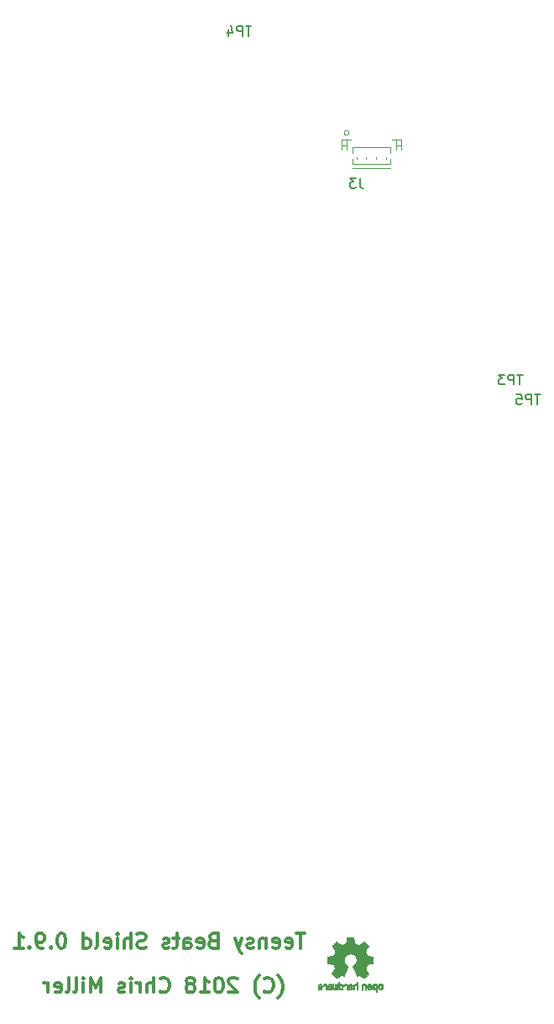
<source format=gbr>
G04 #@! TF.GenerationSoftware,KiCad,Pcbnew,(5.0.0-3-g5ebb6b6)*
G04 #@! TF.CreationDate,2018-10-18T19:01:18-06:00*
G04 #@! TF.ProjectId,teensy_beats,7465656E73795F62656174732E6B6963,rev?*
G04 #@! TF.SameCoordinates,Original*
G04 #@! TF.FileFunction,Legend,Bot*
G04 #@! TF.FilePolarity,Positive*
%FSLAX46Y46*%
G04 Gerber Fmt 4.6, Leading zero omitted, Abs format (unit mm)*
G04 Created by KiCad (PCBNEW (5.0.0-3-g5ebb6b6)) date Thursday, October 18, 2018 at 07:01:18 PM*
%MOMM*%
%LPD*%
G01*
G04 APERTURE LIST*
%ADD10C,0.300000*%
%ADD11C,0.120000*%
%ADD12C,0.010000*%
%ADD13C,0.150000*%
G04 APERTURE END LIST*
D10*
X111564285Y-137988571D02*
X110707142Y-137988571D01*
X111135714Y-139488571D02*
X111135714Y-137988571D01*
X109635714Y-139417142D02*
X109778571Y-139488571D01*
X110064285Y-139488571D01*
X110207142Y-139417142D01*
X110278571Y-139274285D01*
X110278571Y-138702857D01*
X110207142Y-138560000D01*
X110064285Y-138488571D01*
X109778571Y-138488571D01*
X109635714Y-138560000D01*
X109564285Y-138702857D01*
X109564285Y-138845714D01*
X110278571Y-138988571D01*
X108350000Y-139417142D02*
X108492857Y-139488571D01*
X108778571Y-139488571D01*
X108921428Y-139417142D01*
X108992857Y-139274285D01*
X108992857Y-138702857D01*
X108921428Y-138560000D01*
X108778571Y-138488571D01*
X108492857Y-138488571D01*
X108350000Y-138560000D01*
X108278571Y-138702857D01*
X108278571Y-138845714D01*
X108992857Y-138988571D01*
X107635714Y-138488571D02*
X107635714Y-139488571D01*
X107635714Y-138631428D02*
X107564285Y-138560000D01*
X107421428Y-138488571D01*
X107207142Y-138488571D01*
X107064285Y-138560000D01*
X106992857Y-138702857D01*
X106992857Y-139488571D01*
X106349999Y-139417142D02*
X106207142Y-139488571D01*
X105921428Y-139488571D01*
X105778571Y-139417142D01*
X105707142Y-139274285D01*
X105707142Y-139202857D01*
X105778571Y-139060000D01*
X105921428Y-138988571D01*
X106135714Y-138988571D01*
X106278571Y-138917142D01*
X106349999Y-138774285D01*
X106349999Y-138702857D01*
X106278571Y-138560000D01*
X106135714Y-138488571D01*
X105921428Y-138488571D01*
X105778571Y-138560000D01*
X105207142Y-138488571D02*
X104850000Y-139488571D01*
X104492857Y-138488571D02*
X104850000Y-139488571D01*
X104992857Y-139845714D01*
X105064285Y-139917142D01*
X105207142Y-139988571D01*
X102278571Y-138702857D02*
X102064285Y-138774285D01*
X101992857Y-138845714D01*
X101921428Y-138988571D01*
X101921428Y-139202857D01*
X101992857Y-139345714D01*
X102064285Y-139417142D01*
X102207142Y-139488571D01*
X102778571Y-139488571D01*
X102778571Y-137988571D01*
X102278571Y-137988571D01*
X102135714Y-138060000D01*
X102064285Y-138131428D01*
X101992857Y-138274285D01*
X101992857Y-138417142D01*
X102064285Y-138560000D01*
X102135714Y-138631428D01*
X102278571Y-138702857D01*
X102778571Y-138702857D01*
X100707142Y-139417142D02*
X100850000Y-139488571D01*
X101135714Y-139488571D01*
X101278571Y-139417142D01*
X101350000Y-139274285D01*
X101350000Y-138702857D01*
X101278571Y-138560000D01*
X101135714Y-138488571D01*
X100850000Y-138488571D01*
X100707142Y-138560000D01*
X100635714Y-138702857D01*
X100635714Y-138845714D01*
X101350000Y-138988571D01*
X99350000Y-139488571D02*
X99350000Y-138702857D01*
X99421428Y-138560000D01*
X99564285Y-138488571D01*
X99850000Y-138488571D01*
X99992857Y-138560000D01*
X99350000Y-139417142D02*
X99492857Y-139488571D01*
X99850000Y-139488571D01*
X99992857Y-139417142D01*
X100064285Y-139274285D01*
X100064285Y-139131428D01*
X99992857Y-138988571D01*
X99850000Y-138917142D01*
X99492857Y-138917142D01*
X99350000Y-138845714D01*
X98850000Y-138488571D02*
X98278571Y-138488571D01*
X98635714Y-137988571D02*
X98635714Y-139274285D01*
X98564285Y-139417142D01*
X98421428Y-139488571D01*
X98278571Y-139488571D01*
X97850000Y-139417142D02*
X97707142Y-139488571D01*
X97421428Y-139488571D01*
X97278571Y-139417142D01*
X97207142Y-139274285D01*
X97207142Y-139202857D01*
X97278571Y-139060000D01*
X97421428Y-138988571D01*
X97635714Y-138988571D01*
X97778571Y-138917142D01*
X97850000Y-138774285D01*
X97850000Y-138702857D01*
X97778571Y-138560000D01*
X97635714Y-138488571D01*
X97421428Y-138488571D01*
X97278571Y-138560000D01*
X95492857Y-139417142D02*
X95278571Y-139488571D01*
X94921428Y-139488571D01*
X94778571Y-139417142D01*
X94707142Y-139345714D01*
X94635714Y-139202857D01*
X94635714Y-139060000D01*
X94707142Y-138917142D01*
X94778571Y-138845714D01*
X94921428Y-138774285D01*
X95207142Y-138702857D01*
X95350000Y-138631428D01*
X95421428Y-138560000D01*
X95492857Y-138417142D01*
X95492857Y-138274285D01*
X95421428Y-138131428D01*
X95350000Y-138060000D01*
X95207142Y-137988571D01*
X94850000Y-137988571D01*
X94635714Y-138060000D01*
X93992857Y-139488571D02*
X93992857Y-137988571D01*
X93350000Y-139488571D02*
X93350000Y-138702857D01*
X93421428Y-138560000D01*
X93564285Y-138488571D01*
X93778571Y-138488571D01*
X93921428Y-138560000D01*
X93992857Y-138631428D01*
X92635714Y-139488571D02*
X92635714Y-138488571D01*
X92635714Y-137988571D02*
X92707142Y-138060000D01*
X92635714Y-138131428D01*
X92564285Y-138060000D01*
X92635714Y-137988571D01*
X92635714Y-138131428D01*
X91350000Y-139417142D02*
X91492857Y-139488571D01*
X91778571Y-139488571D01*
X91921428Y-139417142D01*
X91992857Y-139274285D01*
X91992857Y-138702857D01*
X91921428Y-138560000D01*
X91778571Y-138488571D01*
X91492857Y-138488571D01*
X91350000Y-138560000D01*
X91278571Y-138702857D01*
X91278571Y-138845714D01*
X91992857Y-138988571D01*
X90421428Y-139488571D02*
X90564285Y-139417142D01*
X90635714Y-139274285D01*
X90635714Y-137988571D01*
X89207142Y-139488571D02*
X89207142Y-137988571D01*
X89207142Y-139417142D02*
X89350000Y-139488571D01*
X89635714Y-139488571D01*
X89778571Y-139417142D01*
X89850000Y-139345714D01*
X89921428Y-139202857D01*
X89921428Y-138774285D01*
X89850000Y-138631428D01*
X89778571Y-138560000D01*
X89635714Y-138488571D01*
X89350000Y-138488571D01*
X89207142Y-138560000D01*
X87064285Y-137988571D02*
X86921428Y-137988571D01*
X86778571Y-138060000D01*
X86707142Y-138131428D01*
X86635714Y-138274285D01*
X86564285Y-138560000D01*
X86564285Y-138917142D01*
X86635714Y-139202857D01*
X86707142Y-139345714D01*
X86778571Y-139417142D01*
X86921428Y-139488571D01*
X87064285Y-139488571D01*
X87207142Y-139417142D01*
X87278571Y-139345714D01*
X87350000Y-139202857D01*
X87421428Y-138917142D01*
X87421428Y-138560000D01*
X87350000Y-138274285D01*
X87278571Y-138131428D01*
X87207142Y-138060000D01*
X87064285Y-137988571D01*
X85921428Y-139345714D02*
X85850000Y-139417142D01*
X85921428Y-139488571D01*
X85992857Y-139417142D01*
X85921428Y-139345714D01*
X85921428Y-139488571D01*
X85135714Y-139488571D02*
X84850000Y-139488571D01*
X84707142Y-139417142D01*
X84635714Y-139345714D01*
X84492857Y-139131428D01*
X84421428Y-138845714D01*
X84421428Y-138274285D01*
X84492857Y-138131428D01*
X84564285Y-138060000D01*
X84707142Y-137988571D01*
X84992857Y-137988571D01*
X85135714Y-138060000D01*
X85207142Y-138131428D01*
X85278571Y-138274285D01*
X85278571Y-138631428D01*
X85207142Y-138774285D01*
X85135714Y-138845714D01*
X84992857Y-138917142D01*
X84707142Y-138917142D01*
X84564285Y-138845714D01*
X84492857Y-138774285D01*
X84421428Y-138631428D01*
X83778571Y-139345714D02*
X83707142Y-139417142D01*
X83778571Y-139488571D01*
X83850000Y-139417142D01*
X83778571Y-139345714D01*
X83778571Y-139488571D01*
X82278571Y-139488571D02*
X83135714Y-139488571D01*
X82707142Y-139488571D02*
X82707142Y-137988571D01*
X82850000Y-138202857D01*
X82992857Y-138345714D01*
X83135714Y-138417142D01*
X108860000Y-144520000D02*
X108931428Y-144448571D01*
X109074285Y-144234285D01*
X109145714Y-144091428D01*
X109217142Y-143877142D01*
X109288571Y-143520000D01*
X109288571Y-143234285D01*
X109217142Y-142877142D01*
X109145714Y-142662857D01*
X109074285Y-142520000D01*
X108931428Y-142305714D01*
X108860000Y-142234285D01*
X107431428Y-143805714D02*
X107502857Y-143877142D01*
X107717142Y-143948571D01*
X107860000Y-143948571D01*
X108074285Y-143877142D01*
X108217142Y-143734285D01*
X108288571Y-143591428D01*
X108360000Y-143305714D01*
X108360000Y-143091428D01*
X108288571Y-142805714D01*
X108217142Y-142662857D01*
X108074285Y-142520000D01*
X107860000Y-142448571D01*
X107717142Y-142448571D01*
X107502857Y-142520000D01*
X107431428Y-142591428D01*
X106931428Y-144520000D02*
X106860000Y-144448571D01*
X106717142Y-144234285D01*
X106645714Y-144091428D01*
X106574285Y-143877142D01*
X106502857Y-143520000D01*
X106502857Y-143234285D01*
X106574285Y-142877142D01*
X106645714Y-142662857D01*
X106717142Y-142520000D01*
X106860000Y-142305714D01*
X106931428Y-142234285D01*
X104717142Y-142591428D02*
X104645714Y-142520000D01*
X104502857Y-142448571D01*
X104145714Y-142448571D01*
X104002857Y-142520000D01*
X103931428Y-142591428D01*
X103860000Y-142734285D01*
X103860000Y-142877142D01*
X103931428Y-143091428D01*
X104788571Y-143948571D01*
X103860000Y-143948571D01*
X102931428Y-142448571D02*
X102788571Y-142448571D01*
X102645714Y-142520000D01*
X102574285Y-142591428D01*
X102502857Y-142734285D01*
X102431428Y-143020000D01*
X102431428Y-143377142D01*
X102502857Y-143662857D01*
X102574285Y-143805714D01*
X102645714Y-143877142D01*
X102788571Y-143948571D01*
X102931428Y-143948571D01*
X103074285Y-143877142D01*
X103145714Y-143805714D01*
X103217142Y-143662857D01*
X103288571Y-143377142D01*
X103288571Y-143020000D01*
X103217142Y-142734285D01*
X103145714Y-142591428D01*
X103074285Y-142520000D01*
X102931428Y-142448571D01*
X101002857Y-143948571D02*
X101860000Y-143948571D01*
X101431428Y-143948571D02*
X101431428Y-142448571D01*
X101574285Y-142662857D01*
X101717142Y-142805714D01*
X101860000Y-142877142D01*
X100145714Y-143091428D02*
X100288571Y-143020000D01*
X100360000Y-142948571D01*
X100431428Y-142805714D01*
X100431428Y-142734285D01*
X100360000Y-142591428D01*
X100288571Y-142520000D01*
X100145714Y-142448571D01*
X99860000Y-142448571D01*
X99717142Y-142520000D01*
X99645714Y-142591428D01*
X99574285Y-142734285D01*
X99574285Y-142805714D01*
X99645714Y-142948571D01*
X99717142Y-143020000D01*
X99860000Y-143091428D01*
X100145714Y-143091428D01*
X100288571Y-143162857D01*
X100360000Y-143234285D01*
X100431428Y-143377142D01*
X100431428Y-143662857D01*
X100360000Y-143805714D01*
X100288571Y-143877142D01*
X100145714Y-143948571D01*
X99860000Y-143948571D01*
X99717142Y-143877142D01*
X99645714Y-143805714D01*
X99574285Y-143662857D01*
X99574285Y-143377142D01*
X99645714Y-143234285D01*
X99717142Y-143162857D01*
X99860000Y-143091428D01*
X96931428Y-143805714D02*
X97002857Y-143877142D01*
X97217142Y-143948571D01*
X97360000Y-143948571D01*
X97574285Y-143877142D01*
X97717142Y-143734285D01*
X97788571Y-143591428D01*
X97860000Y-143305714D01*
X97860000Y-143091428D01*
X97788571Y-142805714D01*
X97717142Y-142662857D01*
X97574285Y-142520000D01*
X97360000Y-142448571D01*
X97217142Y-142448571D01*
X97002857Y-142520000D01*
X96931428Y-142591428D01*
X96288571Y-143948571D02*
X96288571Y-142448571D01*
X95645714Y-143948571D02*
X95645714Y-143162857D01*
X95717142Y-143020000D01*
X95860000Y-142948571D01*
X96074285Y-142948571D01*
X96217142Y-143020000D01*
X96288571Y-143091428D01*
X94931428Y-143948571D02*
X94931428Y-142948571D01*
X94931428Y-143234285D02*
X94860000Y-143091428D01*
X94788571Y-143020000D01*
X94645714Y-142948571D01*
X94502857Y-142948571D01*
X94002857Y-143948571D02*
X94002857Y-142948571D01*
X94002857Y-142448571D02*
X94074285Y-142520000D01*
X94002857Y-142591428D01*
X93931428Y-142520000D01*
X94002857Y-142448571D01*
X94002857Y-142591428D01*
X93360000Y-143877142D02*
X93217142Y-143948571D01*
X92931428Y-143948571D01*
X92788571Y-143877142D01*
X92717142Y-143734285D01*
X92717142Y-143662857D01*
X92788571Y-143520000D01*
X92931428Y-143448571D01*
X93145714Y-143448571D01*
X93288571Y-143377142D01*
X93360000Y-143234285D01*
X93360000Y-143162857D01*
X93288571Y-143020000D01*
X93145714Y-142948571D01*
X92931428Y-142948571D01*
X92788571Y-143020000D01*
X90931428Y-143948571D02*
X90931428Y-142448571D01*
X90431428Y-143520000D01*
X89931428Y-142448571D01*
X89931428Y-143948571D01*
X89217142Y-143948571D02*
X89217142Y-142948571D01*
X89217142Y-142448571D02*
X89288571Y-142520000D01*
X89217142Y-142591428D01*
X89145714Y-142520000D01*
X89217142Y-142448571D01*
X89217142Y-142591428D01*
X88288571Y-143948571D02*
X88431428Y-143877142D01*
X88502857Y-143734285D01*
X88502857Y-142448571D01*
X87502857Y-143948571D02*
X87645714Y-143877142D01*
X87717142Y-143734285D01*
X87717142Y-142448571D01*
X86360000Y-143877142D02*
X86502857Y-143948571D01*
X86788571Y-143948571D01*
X86931428Y-143877142D01*
X87002857Y-143734285D01*
X87002857Y-143162857D01*
X86931428Y-143020000D01*
X86788571Y-142948571D01*
X86502857Y-142948571D01*
X86360000Y-143020000D01*
X86288571Y-143162857D01*
X86288571Y-143305714D01*
X87002857Y-143448571D01*
X85645714Y-143948571D02*
X85645714Y-142948571D01*
X85645714Y-143234285D02*
X85574285Y-143091428D01*
X85502857Y-143020000D01*
X85360000Y-142948571D01*
X85217142Y-142948571D01*
D11*
G04 #@! TO.C,J3*
X119750000Y-60037500D02*
X119750000Y-59837500D01*
X118750000Y-60037500D02*
X118750000Y-59837500D01*
X117750000Y-60037500D02*
X117750000Y-59837500D01*
X116750000Y-60037500D02*
X116750000Y-59837500D01*
X120150000Y-58787500D02*
X120150000Y-59437500D01*
X116350000Y-58787500D02*
X120150000Y-58787500D01*
X116350000Y-59437500D02*
X116350000Y-58787500D01*
X120150000Y-60537500D02*
X120150000Y-60037500D01*
X116350000Y-60537500D02*
X120150000Y-60537500D01*
X116350000Y-60037500D02*
X116350000Y-60537500D01*
X121250000Y-58637500D02*
X120750000Y-58637500D01*
X121250000Y-58637500D02*
X121250000Y-58637500D01*
X120750000Y-58637500D02*
X121250000Y-58637500D01*
X120750000Y-58637500D02*
X120750000Y-58637500D01*
X120750000Y-58037500D02*
X120750000Y-58037500D01*
X120750000Y-59037500D02*
X120750000Y-58037500D01*
X120750000Y-59037500D02*
X120750000Y-59037500D01*
X120750000Y-58037500D02*
X120750000Y-59037500D01*
X121250000Y-58037500D02*
X120350000Y-58037500D01*
X121250000Y-59037500D02*
X121250000Y-58037500D01*
X115250000Y-58637500D02*
X115750000Y-58637500D01*
X115250000Y-58637500D02*
X115250000Y-58637500D01*
X115750000Y-58637500D02*
X115250000Y-58637500D01*
X115750000Y-58637500D02*
X115750000Y-58637500D01*
X115750000Y-58037500D02*
X115750000Y-58037500D01*
X115750000Y-59037500D02*
X115750000Y-58037500D01*
X115750000Y-59037500D02*
X115750000Y-59037500D01*
X115750000Y-58037500D02*
X115750000Y-59037500D01*
X115250000Y-58037500D02*
X116150000Y-58037500D01*
X115250000Y-59037500D02*
X115250000Y-58037500D01*
X116350000Y-60937500D02*
X120150000Y-60937500D01*
X116000000Y-57387500D02*
G75*
G03X116000000Y-57387500I-250000J0D01*
G01*
D12*
G04 #@! TO.C,REF\002A\002A\002A*
G36*
X118530256Y-143059918D02*
X118474799Y-143087568D01*
X118425852Y-143138480D01*
X118412371Y-143157338D01*
X118397686Y-143182015D01*
X118388158Y-143208816D01*
X118382707Y-143244587D01*
X118380253Y-143296169D01*
X118379714Y-143364267D01*
X118382148Y-143457588D01*
X118390606Y-143527657D01*
X118406826Y-143579931D01*
X118432546Y-143619869D01*
X118469503Y-143652929D01*
X118472218Y-143654886D01*
X118508640Y-143674908D01*
X118552498Y-143684815D01*
X118608276Y-143687257D01*
X118698952Y-143687257D01*
X118698990Y-143775283D01*
X118699834Y-143824308D01*
X118704976Y-143853065D01*
X118718413Y-143870311D01*
X118744142Y-143884808D01*
X118750321Y-143887769D01*
X118779236Y-143901648D01*
X118801624Y-143910414D01*
X118818271Y-143911171D01*
X118829964Y-143901023D01*
X118837490Y-143877073D01*
X118841634Y-143836426D01*
X118843185Y-143776186D01*
X118842929Y-143693455D01*
X118841651Y-143585339D01*
X118841252Y-143553000D01*
X118839815Y-143441524D01*
X118838528Y-143368603D01*
X118699029Y-143368603D01*
X118698245Y-143430499D01*
X118694760Y-143470997D01*
X118686876Y-143497708D01*
X118672895Y-143518244D01*
X118663403Y-143528260D01*
X118624596Y-143557567D01*
X118590237Y-143559952D01*
X118554784Y-143535750D01*
X118553886Y-143534857D01*
X118539461Y-143516153D01*
X118530687Y-143490732D01*
X118526261Y-143451584D01*
X118524882Y-143391697D01*
X118524857Y-143378430D01*
X118528188Y-143295901D01*
X118539031Y-143238691D01*
X118558660Y-143203766D01*
X118588350Y-143188094D01*
X118605509Y-143186514D01*
X118646234Y-143193926D01*
X118674168Y-143218330D01*
X118690983Y-143262980D01*
X118698350Y-143331130D01*
X118699029Y-143368603D01*
X118838528Y-143368603D01*
X118838292Y-143355245D01*
X118836323Y-143290333D01*
X118833550Y-143242958D01*
X118829612Y-143209290D01*
X118824151Y-143185498D01*
X118816808Y-143167753D01*
X118807223Y-143152224D01*
X118803113Y-143146381D01*
X118748595Y-143091185D01*
X118679664Y-143059890D01*
X118599928Y-143051165D01*
X118530256Y-143059918D01*
X118530256Y-143059918D01*
G37*
X118530256Y-143059918D02*
X118474799Y-143087568D01*
X118425852Y-143138480D01*
X118412371Y-143157338D01*
X118397686Y-143182015D01*
X118388158Y-143208816D01*
X118382707Y-143244587D01*
X118380253Y-143296169D01*
X118379714Y-143364267D01*
X118382148Y-143457588D01*
X118390606Y-143527657D01*
X118406826Y-143579931D01*
X118432546Y-143619869D01*
X118469503Y-143652929D01*
X118472218Y-143654886D01*
X118508640Y-143674908D01*
X118552498Y-143684815D01*
X118608276Y-143687257D01*
X118698952Y-143687257D01*
X118698990Y-143775283D01*
X118699834Y-143824308D01*
X118704976Y-143853065D01*
X118718413Y-143870311D01*
X118744142Y-143884808D01*
X118750321Y-143887769D01*
X118779236Y-143901648D01*
X118801624Y-143910414D01*
X118818271Y-143911171D01*
X118829964Y-143901023D01*
X118837490Y-143877073D01*
X118841634Y-143836426D01*
X118843185Y-143776186D01*
X118842929Y-143693455D01*
X118841651Y-143585339D01*
X118841252Y-143553000D01*
X118839815Y-143441524D01*
X118838528Y-143368603D01*
X118699029Y-143368603D01*
X118698245Y-143430499D01*
X118694760Y-143470997D01*
X118686876Y-143497708D01*
X118672895Y-143518244D01*
X118663403Y-143528260D01*
X118624596Y-143557567D01*
X118590237Y-143559952D01*
X118554784Y-143535750D01*
X118553886Y-143534857D01*
X118539461Y-143516153D01*
X118530687Y-143490732D01*
X118526261Y-143451584D01*
X118524882Y-143391697D01*
X118524857Y-143378430D01*
X118528188Y-143295901D01*
X118539031Y-143238691D01*
X118558660Y-143203766D01*
X118588350Y-143188094D01*
X118605509Y-143186514D01*
X118646234Y-143193926D01*
X118674168Y-143218330D01*
X118690983Y-143262980D01*
X118698350Y-143331130D01*
X118699029Y-143368603D01*
X118838528Y-143368603D01*
X118838292Y-143355245D01*
X118836323Y-143290333D01*
X118833550Y-143242958D01*
X118829612Y-143209290D01*
X118824151Y-143185498D01*
X118816808Y-143167753D01*
X118807223Y-143152224D01*
X118803113Y-143146381D01*
X118748595Y-143091185D01*
X118679664Y-143059890D01*
X118599928Y-143051165D01*
X118530256Y-143059918D01*
G36*
X117413907Y-143067780D02*
X117367328Y-143094723D01*
X117334943Y-143121466D01*
X117311258Y-143149484D01*
X117294941Y-143183748D01*
X117284661Y-143229227D01*
X117279086Y-143290892D01*
X117276884Y-143373711D01*
X117276629Y-143433246D01*
X117276629Y-143652391D01*
X117338314Y-143680044D01*
X117400000Y-143707697D01*
X117407257Y-143467670D01*
X117410256Y-143378028D01*
X117413402Y-143312962D01*
X117417299Y-143268026D01*
X117422553Y-143238770D01*
X117429769Y-143220748D01*
X117439550Y-143209511D01*
X117442688Y-143207079D01*
X117490239Y-143188083D01*
X117538303Y-143195600D01*
X117566914Y-143215543D01*
X117578553Y-143229675D01*
X117586609Y-143248220D01*
X117591729Y-143276334D01*
X117594559Y-143319173D01*
X117595744Y-143381895D01*
X117595943Y-143447261D01*
X117595982Y-143529268D01*
X117597386Y-143587316D01*
X117602086Y-143626465D01*
X117612013Y-143651780D01*
X117629097Y-143668323D01*
X117655268Y-143681156D01*
X117690225Y-143694491D01*
X117728404Y-143709007D01*
X117723859Y-143451389D01*
X117722029Y-143358519D01*
X117719888Y-143289889D01*
X117716819Y-143240711D01*
X117712206Y-143206198D01*
X117705432Y-143181562D01*
X117695881Y-143162016D01*
X117684366Y-143144770D01*
X117628810Y-143089680D01*
X117561020Y-143057822D01*
X117487287Y-143050191D01*
X117413907Y-143067780D01*
X117413907Y-143067780D01*
G37*
X117413907Y-143067780D02*
X117367328Y-143094723D01*
X117334943Y-143121466D01*
X117311258Y-143149484D01*
X117294941Y-143183748D01*
X117284661Y-143229227D01*
X117279086Y-143290892D01*
X117276884Y-143373711D01*
X117276629Y-143433246D01*
X117276629Y-143652391D01*
X117338314Y-143680044D01*
X117400000Y-143707697D01*
X117407257Y-143467670D01*
X117410256Y-143378028D01*
X117413402Y-143312962D01*
X117417299Y-143268026D01*
X117422553Y-143238770D01*
X117429769Y-143220748D01*
X117439550Y-143209511D01*
X117442688Y-143207079D01*
X117490239Y-143188083D01*
X117538303Y-143195600D01*
X117566914Y-143215543D01*
X117578553Y-143229675D01*
X117586609Y-143248220D01*
X117591729Y-143276334D01*
X117594559Y-143319173D01*
X117595744Y-143381895D01*
X117595943Y-143447261D01*
X117595982Y-143529268D01*
X117597386Y-143587316D01*
X117602086Y-143626465D01*
X117612013Y-143651780D01*
X117629097Y-143668323D01*
X117655268Y-143681156D01*
X117690225Y-143694491D01*
X117728404Y-143709007D01*
X117723859Y-143451389D01*
X117722029Y-143358519D01*
X117719888Y-143289889D01*
X117716819Y-143240711D01*
X117712206Y-143206198D01*
X117705432Y-143181562D01*
X117695881Y-143162016D01*
X117684366Y-143144770D01*
X117628810Y-143089680D01*
X117561020Y-143057822D01*
X117487287Y-143050191D01*
X117413907Y-143067780D01*
G36*
X119088885Y-143061962D02*
X119020855Y-143097733D01*
X118970649Y-143155301D01*
X118952815Y-143192312D01*
X118938937Y-143247882D01*
X118931833Y-143318096D01*
X118931160Y-143394727D01*
X118936573Y-143469552D01*
X118947730Y-143534342D01*
X118964286Y-143580873D01*
X118969374Y-143588887D01*
X119029645Y-143648707D01*
X119101231Y-143684535D01*
X119178908Y-143695020D01*
X119257452Y-143678810D01*
X119279311Y-143669092D01*
X119321878Y-143639143D01*
X119359237Y-143599433D01*
X119362768Y-143594397D01*
X119377119Y-143570124D01*
X119386606Y-143544178D01*
X119392210Y-143510022D01*
X119394914Y-143461119D01*
X119395701Y-143390935D01*
X119395714Y-143375200D01*
X119395678Y-143370192D01*
X119250571Y-143370192D01*
X119249727Y-143436430D01*
X119246404Y-143480386D01*
X119239417Y-143508779D01*
X119227584Y-143528325D01*
X119221543Y-143534857D01*
X119186814Y-143559680D01*
X119153097Y-143558548D01*
X119119005Y-143537016D01*
X119098671Y-143514029D01*
X119086629Y-143480478D01*
X119079866Y-143427569D01*
X119079402Y-143421399D01*
X119078248Y-143325513D01*
X119090312Y-143254299D01*
X119115430Y-143208194D01*
X119153440Y-143187635D01*
X119167008Y-143186514D01*
X119202636Y-143192152D01*
X119227006Y-143211686D01*
X119241907Y-143249042D01*
X119249125Y-143308150D01*
X119250571Y-143370192D01*
X119395678Y-143370192D01*
X119395174Y-143300413D01*
X119392904Y-143248159D01*
X119387932Y-143211949D01*
X119379287Y-143185299D01*
X119365995Y-143161722D01*
X119363057Y-143157338D01*
X119313687Y-143098249D01*
X119259891Y-143063947D01*
X119194398Y-143050331D01*
X119172158Y-143049665D01*
X119088885Y-143061962D01*
X119088885Y-143061962D01*
G37*
X119088885Y-143061962D02*
X119020855Y-143097733D01*
X118970649Y-143155301D01*
X118952815Y-143192312D01*
X118938937Y-143247882D01*
X118931833Y-143318096D01*
X118931160Y-143394727D01*
X118936573Y-143469552D01*
X118947730Y-143534342D01*
X118964286Y-143580873D01*
X118969374Y-143588887D01*
X119029645Y-143648707D01*
X119101231Y-143684535D01*
X119178908Y-143695020D01*
X119257452Y-143678810D01*
X119279311Y-143669092D01*
X119321878Y-143639143D01*
X119359237Y-143599433D01*
X119362768Y-143594397D01*
X119377119Y-143570124D01*
X119386606Y-143544178D01*
X119392210Y-143510022D01*
X119394914Y-143461119D01*
X119395701Y-143390935D01*
X119395714Y-143375200D01*
X119395678Y-143370192D01*
X119250571Y-143370192D01*
X119249727Y-143436430D01*
X119246404Y-143480386D01*
X119239417Y-143508779D01*
X119227584Y-143528325D01*
X119221543Y-143534857D01*
X119186814Y-143559680D01*
X119153097Y-143558548D01*
X119119005Y-143537016D01*
X119098671Y-143514029D01*
X119086629Y-143480478D01*
X119079866Y-143427569D01*
X119079402Y-143421399D01*
X119078248Y-143325513D01*
X119090312Y-143254299D01*
X119115430Y-143208194D01*
X119153440Y-143187635D01*
X119167008Y-143186514D01*
X119202636Y-143192152D01*
X119227006Y-143211686D01*
X119241907Y-143249042D01*
X119249125Y-143308150D01*
X119250571Y-143370192D01*
X119395678Y-143370192D01*
X119395174Y-143300413D01*
X119392904Y-143248159D01*
X119387932Y-143211949D01*
X119379287Y-143185299D01*
X119365995Y-143161722D01*
X119363057Y-143157338D01*
X119313687Y-143098249D01*
X119259891Y-143063947D01*
X119194398Y-143050331D01*
X119172158Y-143049665D01*
X119088885Y-143061962D01*
G36*
X117961697Y-143071239D02*
X117904473Y-143109735D01*
X117860251Y-143165335D01*
X117833833Y-143236086D01*
X117828490Y-143288162D01*
X117829097Y-143309893D01*
X117834178Y-143326531D01*
X117848145Y-143341437D01*
X117875411Y-143357973D01*
X117920388Y-143379498D01*
X117987489Y-143409374D01*
X117987829Y-143409524D01*
X118049593Y-143437813D01*
X118100241Y-143462933D01*
X118134596Y-143482179D01*
X118147482Y-143492848D01*
X118147486Y-143492934D01*
X118136128Y-143516166D01*
X118109569Y-143541774D01*
X118079077Y-143560221D01*
X118063630Y-143563886D01*
X118021485Y-143551212D01*
X117985192Y-143519471D01*
X117967483Y-143484572D01*
X117950448Y-143458845D01*
X117917078Y-143429546D01*
X117877851Y-143404235D01*
X117843244Y-143390471D01*
X117836007Y-143389714D01*
X117827861Y-143402160D01*
X117827370Y-143433972D01*
X117833357Y-143476866D01*
X117844643Y-143522558D01*
X117860050Y-143562761D01*
X117860829Y-143564322D01*
X117907196Y-143629062D01*
X117967289Y-143673097D01*
X118035535Y-143694711D01*
X118106362Y-143692185D01*
X118174196Y-143663804D01*
X118177212Y-143661808D01*
X118230573Y-143613448D01*
X118265660Y-143550352D01*
X118285078Y-143467387D01*
X118287684Y-143444078D01*
X118292299Y-143334055D01*
X118286767Y-143282748D01*
X118147486Y-143282748D01*
X118145676Y-143314753D01*
X118135778Y-143324093D01*
X118111102Y-143317105D01*
X118072205Y-143300587D01*
X118028725Y-143279881D01*
X118027644Y-143279333D01*
X117990791Y-143259949D01*
X117976000Y-143247013D01*
X117979647Y-143233451D01*
X117995005Y-143215632D01*
X118034077Y-143189845D01*
X118076154Y-143187950D01*
X118113897Y-143206717D01*
X118139966Y-143242915D01*
X118147486Y-143282748D01*
X118286767Y-143282748D01*
X118282806Y-143246027D01*
X118258450Y-143176212D01*
X118224544Y-143127302D01*
X118163347Y-143077878D01*
X118095937Y-143053359D01*
X118027120Y-143051797D01*
X117961697Y-143071239D01*
X117961697Y-143071239D01*
G37*
X117961697Y-143071239D02*
X117904473Y-143109735D01*
X117860251Y-143165335D01*
X117833833Y-143236086D01*
X117828490Y-143288162D01*
X117829097Y-143309893D01*
X117834178Y-143326531D01*
X117848145Y-143341437D01*
X117875411Y-143357973D01*
X117920388Y-143379498D01*
X117987489Y-143409374D01*
X117987829Y-143409524D01*
X118049593Y-143437813D01*
X118100241Y-143462933D01*
X118134596Y-143482179D01*
X118147482Y-143492848D01*
X118147486Y-143492934D01*
X118136128Y-143516166D01*
X118109569Y-143541774D01*
X118079077Y-143560221D01*
X118063630Y-143563886D01*
X118021485Y-143551212D01*
X117985192Y-143519471D01*
X117967483Y-143484572D01*
X117950448Y-143458845D01*
X117917078Y-143429546D01*
X117877851Y-143404235D01*
X117843244Y-143390471D01*
X117836007Y-143389714D01*
X117827861Y-143402160D01*
X117827370Y-143433972D01*
X117833357Y-143476866D01*
X117844643Y-143522558D01*
X117860050Y-143562761D01*
X117860829Y-143564322D01*
X117907196Y-143629062D01*
X117967289Y-143673097D01*
X118035535Y-143694711D01*
X118106362Y-143692185D01*
X118174196Y-143663804D01*
X118177212Y-143661808D01*
X118230573Y-143613448D01*
X118265660Y-143550352D01*
X118285078Y-143467387D01*
X118287684Y-143444078D01*
X118292299Y-143334055D01*
X118286767Y-143282748D01*
X118147486Y-143282748D01*
X118145676Y-143314753D01*
X118135778Y-143324093D01*
X118111102Y-143317105D01*
X118072205Y-143300587D01*
X118028725Y-143279881D01*
X118027644Y-143279333D01*
X117990791Y-143259949D01*
X117976000Y-143247013D01*
X117979647Y-143233451D01*
X117995005Y-143215632D01*
X118034077Y-143189845D01*
X118076154Y-143187950D01*
X118113897Y-143206717D01*
X118139966Y-143242915D01*
X118147486Y-143282748D01*
X118286767Y-143282748D01*
X118282806Y-143246027D01*
X118258450Y-143176212D01*
X118224544Y-143127302D01*
X118163347Y-143077878D01*
X118095937Y-143053359D01*
X118027120Y-143051797D01*
X117961697Y-143071239D01*
G36*
X116754114Y-142991289D02*
X116749861Y-143050613D01*
X116744975Y-143085572D01*
X116738205Y-143100820D01*
X116728298Y-143101015D01*
X116725086Y-143099195D01*
X116682356Y-143086015D01*
X116626773Y-143086785D01*
X116570263Y-143100333D01*
X116534918Y-143117861D01*
X116498679Y-143145861D01*
X116472187Y-143177549D01*
X116454001Y-143217813D01*
X116442678Y-143271543D01*
X116436778Y-143343626D01*
X116434857Y-143438951D01*
X116434823Y-143457237D01*
X116434800Y-143662646D01*
X116480509Y-143678580D01*
X116512973Y-143689420D01*
X116530785Y-143694468D01*
X116531309Y-143694514D01*
X116533063Y-143680828D01*
X116534556Y-143643076D01*
X116535674Y-143586224D01*
X116536303Y-143515234D01*
X116536400Y-143472073D01*
X116536602Y-143386973D01*
X116537642Y-143325981D01*
X116540169Y-143284177D01*
X116544836Y-143256642D01*
X116552293Y-143238456D01*
X116563189Y-143224698D01*
X116569993Y-143218073D01*
X116616728Y-143191375D01*
X116667728Y-143189375D01*
X116713999Y-143211955D01*
X116722556Y-143220107D01*
X116735107Y-143235436D01*
X116743812Y-143253618D01*
X116749369Y-143279909D01*
X116752474Y-143319562D01*
X116753824Y-143377832D01*
X116754114Y-143458173D01*
X116754114Y-143662646D01*
X116799823Y-143678580D01*
X116832287Y-143689420D01*
X116850099Y-143694468D01*
X116850623Y-143694514D01*
X116851963Y-143680623D01*
X116853172Y-143641439D01*
X116854199Y-143580700D01*
X116854998Y-143502141D01*
X116855519Y-143409498D01*
X116855714Y-143306509D01*
X116855714Y-142909342D01*
X116808543Y-142889444D01*
X116761371Y-142869547D01*
X116754114Y-142991289D01*
X116754114Y-142991289D01*
G37*
X116754114Y-142991289D02*
X116749861Y-143050613D01*
X116744975Y-143085572D01*
X116738205Y-143100820D01*
X116728298Y-143101015D01*
X116725086Y-143099195D01*
X116682356Y-143086015D01*
X116626773Y-143086785D01*
X116570263Y-143100333D01*
X116534918Y-143117861D01*
X116498679Y-143145861D01*
X116472187Y-143177549D01*
X116454001Y-143217813D01*
X116442678Y-143271543D01*
X116436778Y-143343626D01*
X116434857Y-143438951D01*
X116434823Y-143457237D01*
X116434800Y-143662646D01*
X116480509Y-143678580D01*
X116512973Y-143689420D01*
X116530785Y-143694468D01*
X116531309Y-143694514D01*
X116533063Y-143680828D01*
X116534556Y-143643076D01*
X116535674Y-143586224D01*
X116536303Y-143515234D01*
X116536400Y-143472073D01*
X116536602Y-143386973D01*
X116537642Y-143325981D01*
X116540169Y-143284177D01*
X116544836Y-143256642D01*
X116552293Y-143238456D01*
X116563189Y-143224698D01*
X116569993Y-143218073D01*
X116616728Y-143191375D01*
X116667728Y-143189375D01*
X116713999Y-143211955D01*
X116722556Y-143220107D01*
X116735107Y-143235436D01*
X116743812Y-143253618D01*
X116749369Y-143279909D01*
X116752474Y-143319562D01*
X116753824Y-143377832D01*
X116754114Y-143458173D01*
X116754114Y-143662646D01*
X116799823Y-143678580D01*
X116832287Y-143689420D01*
X116850099Y-143694468D01*
X116850623Y-143694514D01*
X116851963Y-143680623D01*
X116853172Y-143641439D01*
X116854199Y-143580700D01*
X116854998Y-143502141D01*
X116855519Y-143409498D01*
X116855714Y-143306509D01*
X116855714Y-142909342D01*
X116808543Y-142889444D01*
X116761371Y-142869547D01*
X116754114Y-142991289D01*
G36*
X116090256Y-143090968D02*
X116033384Y-143112087D01*
X116032733Y-143112493D01*
X115997560Y-143138380D01*
X115971593Y-143168633D01*
X115953330Y-143208058D01*
X115941268Y-143261462D01*
X115933904Y-143333651D01*
X115929736Y-143429432D01*
X115929371Y-143443078D01*
X115924124Y-143648842D01*
X115968284Y-143671678D01*
X116000237Y-143687110D01*
X116019530Y-143694423D01*
X116020422Y-143694514D01*
X116023761Y-143681022D01*
X116026413Y-143644626D01*
X116028044Y-143591452D01*
X116028400Y-143548393D01*
X116028408Y-143478641D01*
X116031597Y-143434837D01*
X116042712Y-143413944D01*
X116066499Y-143412925D01*
X116107704Y-143428741D01*
X116169914Y-143457815D01*
X116215659Y-143481963D01*
X116239187Y-143502913D01*
X116246104Y-143525747D01*
X116246114Y-143526877D01*
X116234701Y-143566212D01*
X116200908Y-143587462D01*
X116149191Y-143590539D01*
X116111939Y-143590006D01*
X116092297Y-143600735D01*
X116080048Y-143626505D01*
X116072998Y-143659337D01*
X116083158Y-143677966D01*
X116086983Y-143680632D01*
X116122999Y-143691340D01*
X116173434Y-143692856D01*
X116225374Y-143685759D01*
X116262178Y-143672788D01*
X116313062Y-143629585D01*
X116341986Y-143569446D01*
X116347714Y-143522462D01*
X116343343Y-143480082D01*
X116327525Y-143445488D01*
X116296203Y-143414763D01*
X116245322Y-143383990D01*
X116170824Y-143349252D01*
X116166286Y-143347288D01*
X116099179Y-143316287D01*
X116057768Y-143290862D01*
X116040019Y-143268014D01*
X116043893Y-143244745D01*
X116067357Y-143218056D01*
X116074373Y-143211914D01*
X116121370Y-143188100D01*
X116170067Y-143189103D01*
X116212478Y-143212451D01*
X116240616Y-143255675D01*
X116243231Y-143264160D01*
X116268692Y-143305308D01*
X116300999Y-143325128D01*
X116347714Y-143344770D01*
X116347714Y-143293950D01*
X116333504Y-143220082D01*
X116291325Y-143152327D01*
X116269376Y-143129661D01*
X116219483Y-143100569D01*
X116156033Y-143087400D01*
X116090256Y-143090968D01*
X116090256Y-143090968D01*
G37*
X116090256Y-143090968D02*
X116033384Y-143112087D01*
X116032733Y-143112493D01*
X115997560Y-143138380D01*
X115971593Y-143168633D01*
X115953330Y-143208058D01*
X115941268Y-143261462D01*
X115933904Y-143333651D01*
X115929736Y-143429432D01*
X115929371Y-143443078D01*
X115924124Y-143648842D01*
X115968284Y-143671678D01*
X116000237Y-143687110D01*
X116019530Y-143694423D01*
X116020422Y-143694514D01*
X116023761Y-143681022D01*
X116026413Y-143644626D01*
X116028044Y-143591452D01*
X116028400Y-143548393D01*
X116028408Y-143478641D01*
X116031597Y-143434837D01*
X116042712Y-143413944D01*
X116066499Y-143412925D01*
X116107704Y-143428741D01*
X116169914Y-143457815D01*
X116215659Y-143481963D01*
X116239187Y-143502913D01*
X116246104Y-143525747D01*
X116246114Y-143526877D01*
X116234701Y-143566212D01*
X116200908Y-143587462D01*
X116149191Y-143590539D01*
X116111939Y-143590006D01*
X116092297Y-143600735D01*
X116080048Y-143626505D01*
X116072998Y-143659337D01*
X116083158Y-143677966D01*
X116086983Y-143680632D01*
X116122999Y-143691340D01*
X116173434Y-143692856D01*
X116225374Y-143685759D01*
X116262178Y-143672788D01*
X116313062Y-143629585D01*
X116341986Y-143569446D01*
X116347714Y-143522462D01*
X116343343Y-143480082D01*
X116327525Y-143445488D01*
X116296203Y-143414763D01*
X116245322Y-143383990D01*
X116170824Y-143349252D01*
X116166286Y-143347288D01*
X116099179Y-143316287D01*
X116057768Y-143290862D01*
X116040019Y-143268014D01*
X116043893Y-143244745D01*
X116067357Y-143218056D01*
X116074373Y-143211914D01*
X116121370Y-143188100D01*
X116170067Y-143189103D01*
X116212478Y-143212451D01*
X116240616Y-143255675D01*
X116243231Y-143264160D01*
X116268692Y-143305308D01*
X116300999Y-143325128D01*
X116347714Y-143344770D01*
X116347714Y-143293950D01*
X116333504Y-143220082D01*
X116291325Y-143152327D01*
X116269376Y-143129661D01*
X116219483Y-143100569D01*
X116156033Y-143087400D01*
X116090256Y-143090968D01*
G36*
X115600074Y-143089755D02*
X115534142Y-143114084D01*
X115480727Y-143157117D01*
X115459836Y-143187409D01*
X115437061Y-143242994D01*
X115437534Y-143283186D01*
X115461438Y-143310217D01*
X115470283Y-143314813D01*
X115508470Y-143329144D01*
X115527972Y-143325472D01*
X115534578Y-143301407D01*
X115534914Y-143288114D01*
X115547008Y-143239210D01*
X115578529Y-143204999D01*
X115622341Y-143188476D01*
X115671305Y-143192634D01*
X115711106Y-143214227D01*
X115724550Y-143226544D01*
X115734079Y-143241487D01*
X115740515Y-143264075D01*
X115744683Y-143299328D01*
X115747403Y-143352266D01*
X115749498Y-143427907D01*
X115750040Y-143451857D01*
X115752019Y-143533790D01*
X115754269Y-143591455D01*
X115757643Y-143629608D01*
X115762994Y-143653004D01*
X115771176Y-143666398D01*
X115783041Y-143674545D01*
X115790638Y-143678144D01*
X115822898Y-143690452D01*
X115841889Y-143694514D01*
X115848164Y-143680948D01*
X115851994Y-143639934D01*
X115853400Y-143570999D01*
X115852402Y-143473669D01*
X115852092Y-143458657D01*
X115849899Y-143369859D01*
X115847307Y-143305019D01*
X115843618Y-143259067D01*
X115838136Y-143226935D01*
X115830165Y-143203553D01*
X115819007Y-143183852D01*
X115813170Y-143175410D01*
X115779704Y-143138057D01*
X115742273Y-143109003D01*
X115737691Y-143106467D01*
X115670574Y-143086443D01*
X115600074Y-143089755D01*
X115600074Y-143089755D01*
G37*
X115600074Y-143089755D02*
X115534142Y-143114084D01*
X115480727Y-143157117D01*
X115459836Y-143187409D01*
X115437061Y-143242994D01*
X115437534Y-143283186D01*
X115461438Y-143310217D01*
X115470283Y-143314813D01*
X115508470Y-143329144D01*
X115527972Y-143325472D01*
X115534578Y-143301407D01*
X115534914Y-143288114D01*
X115547008Y-143239210D01*
X115578529Y-143204999D01*
X115622341Y-143188476D01*
X115671305Y-143192634D01*
X115711106Y-143214227D01*
X115724550Y-143226544D01*
X115734079Y-143241487D01*
X115740515Y-143264075D01*
X115744683Y-143299328D01*
X115747403Y-143352266D01*
X115749498Y-143427907D01*
X115750040Y-143451857D01*
X115752019Y-143533790D01*
X115754269Y-143591455D01*
X115757643Y-143629608D01*
X115762994Y-143653004D01*
X115771176Y-143666398D01*
X115783041Y-143674545D01*
X115790638Y-143678144D01*
X115822898Y-143690452D01*
X115841889Y-143694514D01*
X115848164Y-143680948D01*
X115851994Y-143639934D01*
X115853400Y-143570999D01*
X115852402Y-143473669D01*
X115852092Y-143458657D01*
X115849899Y-143369859D01*
X115847307Y-143305019D01*
X115843618Y-143259067D01*
X115838136Y-143226935D01*
X115830165Y-143203553D01*
X115819007Y-143183852D01*
X115813170Y-143175410D01*
X115779704Y-143138057D01*
X115742273Y-143109003D01*
X115737691Y-143106467D01*
X115670574Y-143086443D01*
X115600074Y-143089755D01*
G36*
X114939883Y-143205358D02*
X114940067Y-143313837D01*
X114940781Y-143397287D01*
X114942325Y-143459704D01*
X114944999Y-143505085D01*
X114949106Y-143537429D01*
X114954945Y-143560733D01*
X114962818Y-143578995D01*
X114968779Y-143589418D01*
X115018145Y-143645945D01*
X115080736Y-143681377D01*
X115149987Y-143694090D01*
X115219332Y-143682463D01*
X115260625Y-143661568D01*
X115303975Y-143625422D01*
X115333519Y-143581276D01*
X115351345Y-143523462D01*
X115359537Y-143446313D01*
X115360698Y-143389714D01*
X115360542Y-143385647D01*
X115259143Y-143385647D01*
X115258524Y-143450550D01*
X115255686Y-143493514D01*
X115249160Y-143521622D01*
X115237477Y-143541953D01*
X115223517Y-143557288D01*
X115176635Y-143586890D01*
X115126299Y-143589419D01*
X115078724Y-143564705D01*
X115075021Y-143561356D01*
X115059217Y-143543935D01*
X115049307Y-143523209D01*
X115043942Y-143492362D01*
X115041772Y-143444577D01*
X115041429Y-143391748D01*
X115042173Y-143325381D01*
X115045252Y-143281106D01*
X115051939Y-143252009D01*
X115063504Y-143231173D01*
X115072987Y-143220107D01*
X115117040Y-143192198D01*
X115167776Y-143188843D01*
X115216204Y-143210159D01*
X115225550Y-143218073D01*
X115241460Y-143235647D01*
X115251390Y-143256587D01*
X115256722Y-143287782D01*
X115258837Y-143336122D01*
X115259143Y-143385647D01*
X115360542Y-143385647D01*
X115357190Y-143298568D01*
X115345274Y-143230086D01*
X115322865Y-143178600D01*
X115287876Y-143138443D01*
X115260625Y-143117861D01*
X115211093Y-143095625D01*
X115153684Y-143085304D01*
X115100318Y-143088067D01*
X115070457Y-143099212D01*
X115058739Y-143102383D01*
X115050963Y-143090557D01*
X115045535Y-143058866D01*
X115041429Y-143010593D01*
X115036933Y-142956829D01*
X115030687Y-142924482D01*
X115019324Y-142905985D01*
X114999472Y-142893770D01*
X114987000Y-142888362D01*
X114939829Y-142868601D01*
X114939883Y-143205358D01*
X114939883Y-143205358D01*
G37*
X114939883Y-143205358D02*
X114940067Y-143313837D01*
X114940781Y-143397287D01*
X114942325Y-143459704D01*
X114944999Y-143505085D01*
X114949106Y-143537429D01*
X114954945Y-143560733D01*
X114962818Y-143578995D01*
X114968779Y-143589418D01*
X115018145Y-143645945D01*
X115080736Y-143681377D01*
X115149987Y-143694090D01*
X115219332Y-143682463D01*
X115260625Y-143661568D01*
X115303975Y-143625422D01*
X115333519Y-143581276D01*
X115351345Y-143523462D01*
X115359537Y-143446313D01*
X115360698Y-143389714D01*
X115360542Y-143385647D01*
X115259143Y-143385647D01*
X115258524Y-143450550D01*
X115255686Y-143493514D01*
X115249160Y-143521622D01*
X115237477Y-143541953D01*
X115223517Y-143557288D01*
X115176635Y-143586890D01*
X115126299Y-143589419D01*
X115078724Y-143564705D01*
X115075021Y-143561356D01*
X115059217Y-143543935D01*
X115049307Y-143523209D01*
X115043942Y-143492362D01*
X115041772Y-143444577D01*
X115041429Y-143391748D01*
X115042173Y-143325381D01*
X115045252Y-143281106D01*
X115051939Y-143252009D01*
X115063504Y-143231173D01*
X115072987Y-143220107D01*
X115117040Y-143192198D01*
X115167776Y-143188843D01*
X115216204Y-143210159D01*
X115225550Y-143218073D01*
X115241460Y-143235647D01*
X115251390Y-143256587D01*
X115256722Y-143287782D01*
X115258837Y-143336122D01*
X115259143Y-143385647D01*
X115360542Y-143385647D01*
X115357190Y-143298568D01*
X115345274Y-143230086D01*
X115322865Y-143178600D01*
X115287876Y-143138443D01*
X115260625Y-143117861D01*
X115211093Y-143095625D01*
X115153684Y-143085304D01*
X115100318Y-143088067D01*
X115070457Y-143099212D01*
X115058739Y-143102383D01*
X115050963Y-143090557D01*
X115045535Y-143058866D01*
X115041429Y-143010593D01*
X115036933Y-142956829D01*
X115030687Y-142924482D01*
X115019324Y-142905985D01*
X114999472Y-142893770D01*
X114987000Y-142888362D01*
X114939829Y-142868601D01*
X114939883Y-143205358D01*
G36*
X114350167Y-143098663D02*
X114347952Y-143136850D01*
X114346216Y-143194886D01*
X114345101Y-143268180D01*
X114344743Y-143345055D01*
X114344743Y-143605196D01*
X114390674Y-143651127D01*
X114422325Y-143679429D01*
X114450110Y-143690893D01*
X114488085Y-143690168D01*
X114503160Y-143688321D01*
X114550274Y-143682948D01*
X114589244Y-143679869D01*
X114598743Y-143679585D01*
X114630767Y-143681445D01*
X114676568Y-143686114D01*
X114694326Y-143688321D01*
X114737943Y-143691735D01*
X114767255Y-143684320D01*
X114796320Y-143661427D01*
X114806812Y-143651127D01*
X114852743Y-143605196D01*
X114852743Y-143118602D01*
X114815774Y-143101758D01*
X114783941Y-143089282D01*
X114765317Y-143084914D01*
X114760542Y-143098718D01*
X114756079Y-143137286D01*
X114752225Y-143196356D01*
X114749278Y-143271663D01*
X114747857Y-143335286D01*
X114743886Y-143585657D01*
X114709241Y-143590556D01*
X114677732Y-143587131D01*
X114662292Y-143576041D01*
X114657977Y-143555308D01*
X114654292Y-143511145D01*
X114651531Y-143449146D01*
X114649988Y-143374909D01*
X114649765Y-143336706D01*
X114649543Y-143116783D01*
X114603834Y-143100849D01*
X114571482Y-143090015D01*
X114553885Y-143084962D01*
X114553377Y-143084914D01*
X114551612Y-143098648D01*
X114549671Y-143136730D01*
X114547718Y-143194482D01*
X114545916Y-143267227D01*
X114544657Y-143335286D01*
X114540686Y-143585657D01*
X114453600Y-143585657D01*
X114449604Y-143357240D01*
X114445608Y-143128822D01*
X114403153Y-143106868D01*
X114371808Y-143091793D01*
X114353256Y-143084951D01*
X114352721Y-143084914D01*
X114350167Y-143098663D01*
X114350167Y-143098663D01*
G37*
X114350167Y-143098663D02*
X114347952Y-143136850D01*
X114346216Y-143194886D01*
X114345101Y-143268180D01*
X114344743Y-143345055D01*
X114344743Y-143605196D01*
X114390674Y-143651127D01*
X114422325Y-143679429D01*
X114450110Y-143690893D01*
X114488085Y-143690168D01*
X114503160Y-143688321D01*
X114550274Y-143682948D01*
X114589244Y-143679869D01*
X114598743Y-143679585D01*
X114630767Y-143681445D01*
X114676568Y-143686114D01*
X114694326Y-143688321D01*
X114737943Y-143691735D01*
X114767255Y-143684320D01*
X114796320Y-143661427D01*
X114806812Y-143651127D01*
X114852743Y-143605196D01*
X114852743Y-143118602D01*
X114815774Y-143101758D01*
X114783941Y-143089282D01*
X114765317Y-143084914D01*
X114760542Y-143098718D01*
X114756079Y-143137286D01*
X114752225Y-143196356D01*
X114749278Y-143271663D01*
X114747857Y-143335286D01*
X114743886Y-143585657D01*
X114709241Y-143590556D01*
X114677732Y-143587131D01*
X114662292Y-143576041D01*
X114657977Y-143555308D01*
X114654292Y-143511145D01*
X114651531Y-143449146D01*
X114649988Y-143374909D01*
X114649765Y-143336706D01*
X114649543Y-143116783D01*
X114603834Y-143100849D01*
X114571482Y-143090015D01*
X114553885Y-143084962D01*
X114553377Y-143084914D01*
X114551612Y-143098648D01*
X114549671Y-143136730D01*
X114547718Y-143194482D01*
X114545916Y-143267227D01*
X114544657Y-143335286D01*
X114540686Y-143585657D01*
X114453600Y-143585657D01*
X114449604Y-143357240D01*
X114445608Y-143128822D01*
X114403153Y-143106868D01*
X114371808Y-143091793D01*
X114353256Y-143084951D01*
X114352721Y-143084914D01*
X114350167Y-143098663D01*
G36*
X113985124Y-143096335D02*
X113943333Y-143115344D01*
X113910531Y-143138378D01*
X113886497Y-143164133D01*
X113869903Y-143197358D01*
X113859423Y-143242800D01*
X113853729Y-143305207D01*
X113851493Y-143389327D01*
X113851257Y-143444721D01*
X113851257Y-143660826D01*
X113888226Y-143677670D01*
X113917344Y-143689981D01*
X113931769Y-143694514D01*
X113934528Y-143681025D01*
X113936718Y-143644653D01*
X113938058Y-143591542D01*
X113938343Y-143549372D01*
X113939566Y-143488447D01*
X113942864Y-143440115D01*
X113947679Y-143410518D01*
X113951504Y-143404229D01*
X113977217Y-143410652D01*
X114017582Y-143427125D01*
X114064321Y-143449458D01*
X114109155Y-143473457D01*
X114143807Y-143494930D01*
X114159998Y-143509685D01*
X114160062Y-143509845D01*
X114158670Y-143537152D01*
X114146182Y-143563219D01*
X114124257Y-143584392D01*
X114092257Y-143591474D01*
X114064908Y-143590649D01*
X114026174Y-143590042D01*
X114005842Y-143599116D01*
X113993631Y-143623092D01*
X113992091Y-143627613D01*
X113986797Y-143661806D01*
X114000953Y-143682568D01*
X114037852Y-143692462D01*
X114077711Y-143694292D01*
X114149438Y-143680727D01*
X114186568Y-143661355D01*
X114232424Y-143615845D01*
X114256744Y-143559983D01*
X114258927Y-143500957D01*
X114238371Y-143445953D01*
X114207451Y-143411486D01*
X114176580Y-143392189D01*
X114128058Y-143367759D01*
X114071515Y-143342985D01*
X114062090Y-143339199D01*
X113999981Y-143311791D01*
X113964178Y-143287634D01*
X113952663Y-143263619D01*
X113963420Y-143236635D01*
X113981886Y-143215543D01*
X114025531Y-143189572D01*
X114073554Y-143187624D01*
X114117594Y-143207637D01*
X114149291Y-143247551D01*
X114153451Y-143257848D01*
X114177673Y-143295724D01*
X114213035Y-143323842D01*
X114257657Y-143346917D01*
X114257657Y-143281485D01*
X114255031Y-143241506D01*
X114243770Y-143209997D01*
X114218801Y-143176378D01*
X114194831Y-143150484D01*
X114157559Y-143113817D01*
X114128599Y-143094121D01*
X114097495Y-143086220D01*
X114062287Y-143084914D01*
X113985124Y-143096335D01*
X113985124Y-143096335D01*
G37*
X113985124Y-143096335D02*
X113943333Y-143115344D01*
X113910531Y-143138378D01*
X113886497Y-143164133D01*
X113869903Y-143197358D01*
X113859423Y-143242800D01*
X113853729Y-143305207D01*
X113851493Y-143389327D01*
X113851257Y-143444721D01*
X113851257Y-143660826D01*
X113888226Y-143677670D01*
X113917344Y-143689981D01*
X113931769Y-143694514D01*
X113934528Y-143681025D01*
X113936718Y-143644653D01*
X113938058Y-143591542D01*
X113938343Y-143549372D01*
X113939566Y-143488447D01*
X113942864Y-143440115D01*
X113947679Y-143410518D01*
X113951504Y-143404229D01*
X113977217Y-143410652D01*
X114017582Y-143427125D01*
X114064321Y-143449458D01*
X114109155Y-143473457D01*
X114143807Y-143494930D01*
X114159998Y-143509685D01*
X114160062Y-143509845D01*
X114158670Y-143537152D01*
X114146182Y-143563219D01*
X114124257Y-143584392D01*
X114092257Y-143591474D01*
X114064908Y-143590649D01*
X114026174Y-143590042D01*
X114005842Y-143599116D01*
X113993631Y-143623092D01*
X113992091Y-143627613D01*
X113986797Y-143661806D01*
X114000953Y-143682568D01*
X114037852Y-143692462D01*
X114077711Y-143694292D01*
X114149438Y-143680727D01*
X114186568Y-143661355D01*
X114232424Y-143615845D01*
X114256744Y-143559983D01*
X114258927Y-143500957D01*
X114238371Y-143445953D01*
X114207451Y-143411486D01*
X114176580Y-143392189D01*
X114128058Y-143367759D01*
X114071515Y-143342985D01*
X114062090Y-143339199D01*
X113999981Y-143311791D01*
X113964178Y-143287634D01*
X113952663Y-143263619D01*
X113963420Y-143236635D01*
X113981886Y-143215543D01*
X114025531Y-143189572D01*
X114073554Y-143187624D01*
X114117594Y-143207637D01*
X114149291Y-143247551D01*
X114153451Y-143257848D01*
X114177673Y-143295724D01*
X114213035Y-143323842D01*
X114257657Y-143346917D01*
X114257657Y-143281485D01*
X114255031Y-143241506D01*
X114243770Y-143209997D01*
X114218801Y-143176378D01*
X114194831Y-143150484D01*
X114157559Y-143113817D01*
X114128599Y-143094121D01*
X114097495Y-143086220D01*
X114062287Y-143084914D01*
X113985124Y-143096335D01*
G36*
X113477400Y-143098752D02*
X113460052Y-143106334D01*
X113418644Y-143139128D01*
X113383235Y-143186547D01*
X113361336Y-143237151D01*
X113357771Y-143262098D01*
X113369721Y-143296927D01*
X113395933Y-143315357D01*
X113424036Y-143326516D01*
X113436905Y-143328572D01*
X113443171Y-143313649D01*
X113455544Y-143281175D01*
X113460972Y-143266502D01*
X113491410Y-143215744D01*
X113535480Y-143190427D01*
X113591990Y-143191206D01*
X113596175Y-143192203D01*
X113626345Y-143206507D01*
X113648524Y-143234393D01*
X113663673Y-143279287D01*
X113672750Y-143344615D01*
X113676714Y-143433804D01*
X113677086Y-143481261D01*
X113677270Y-143556071D01*
X113678478Y-143607069D01*
X113681691Y-143639471D01*
X113687891Y-143658495D01*
X113698060Y-143669356D01*
X113713181Y-143677272D01*
X113714054Y-143677670D01*
X113743172Y-143689981D01*
X113757597Y-143694514D01*
X113759814Y-143680809D01*
X113761711Y-143642925D01*
X113763153Y-143585715D01*
X113764002Y-143514027D01*
X113764171Y-143461565D01*
X113763308Y-143360047D01*
X113759930Y-143283032D01*
X113752858Y-143226023D01*
X113740912Y-143184526D01*
X113722910Y-143154043D01*
X113697673Y-143130080D01*
X113672753Y-143113355D01*
X113612829Y-143091097D01*
X113543089Y-143086076D01*
X113477400Y-143098752D01*
X113477400Y-143098752D01*
G37*
X113477400Y-143098752D02*
X113460052Y-143106334D01*
X113418644Y-143139128D01*
X113383235Y-143186547D01*
X113361336Y-143237151D01*
X113357771Y-143262098D01*
X113369721Y-143296927D01*
X113395933Y-143315357D01*
X113424036Y-143326516D01*
X113436905Y-143328572D01*
X113443171Y-143313649D01*
X113455544Y-143281175D01*
X113460972Y-143266502D01*
X113491410Y-143215744D01*
X113535480Y-143190427D01*
X113591990Y-143191206D01*
X113596175Y-143192203D01*
X113626345Y-143206507D01*
X113648524Y-143234393D01*
X113663673Y-143279287D01*
X113672750Y-143344615D01*
X113676714Y-143433804D01*
X113677086Y-143481261D01*
X113677270Y-143556071D01*
X113678478Y-143607069D01*
X113681691Y-143639471D01*
X113687891Y-143658495D01*
X113698060Y-143669356D01*
X113713181Y-143677272D01*
X113714054Y-143677670D01*
X113743172Y-143689981D01*
X113757597Y-143694514D01*
X113759814Y-143680809D01*
X113761711Y-143642925D01*
X113763153Y-143585715D01*
X113764002Y-143514027D01*
X113764171Y-143461565D01*
X113763308Y-143360047D01*
X113759930Y-143283032D01*
X113752858Y-143226023D01*
X113740912Y-143184526D01*
X113722910Y-143154043D01*
X113697673Y-143130080D01*
X113672753Y-143113355D01*
X113612829Y-143091097D01*
X113543089Y-143086076D01*
X113477400Y-143098752D01*
G36*
X112976405Y-143106966D02*
X112918979Y-143144497D01*
X112891281Y-143178096D01*
X112869338Y-143239064D01*
X112867595Y-143287308D01*
X112871543Y-143351816D01*
X113020314Y-143416934D01*
X113092651Y-143450202D01*
X113139916Y-143476964D01*
X113164493Y-143500144D01*
X113168763Y-143522667D01*
X113155111Y-143547455D01*
X113140057Y-143563886D01*
X113096254Y-143590235D01*
X113048611Y-143592081D01*
X113004855Y-143571546D01*
X112972711Y-143530752D01*
X112966962Y-143516347D01*
X112939424Y-143471356D01*
X112907742Y-143452182D01*
X112864286Y-143435779D01*
X112864286Y-143497966D01*
X112868128Y-143540283D01*
X112883177Y-143575969D01*
X112914720Y-143616943D01*
X112919408Y-143622267D01*
X112954494Y-143658720D01*
X112984653Y-143678283D01*
X113022385Y-143687283D01*
X113053665Y-143690230D01*
X113109615Y-143690965D01*
X113149445Y-143681660D01*
X113174292Y-143667846D01*
X113213344Y-143637467D01*
X113240375Y-143604613D01*
X113257483Y-143563294D01*
X113266762Y-143507521D01*
X113270307Y-143431305D01*
X113270590Y-143392622D01*
X113269628Y-143346247D01*
X113181993Y-143346247D01*
X113180977Y-143371126D01*
X113178444Y-143375200D01*
X113161726Y-143369665D01*
X113125751Y-143355017D01*
X113077669Y-143334190D01*
X113067614Y-143329714D01*
X113006848Y-143298814D01*
X112973368Y-143271657D01*
X112966010Y-143246220D01*
X112983609Y-143220481D01*
X112998144Y-143209109D01*
X113050590Y-143186364D01*
X113099678Y-143190122D01*
X113140773Y-143217884D01*
X113169242Y-143267152D01*
X113178369Y-143306257D01*
X113181993Y-143346247D01*
X113269628Y-143346247D01*
X113268715Y-143302249D01*
X113261804Y-143235384D01*
X113248116Y-143186695D01*
X113225904Y-143150849D01*
X113193426Y-143122513D01*
X113179267Y-143113355D01*
X113114947Y-143089507D01*
X113044527Y-143088006D01*
X112976405Y-143106966D01*
X112976405Y-143106966D01*
G37*
X112976405Y-143106966D02*
X112918979Y-143144497D01*
X112891281Y-143178096D01*
X112869338Y-143239064D01*
X112867595Y-143287308D01*
X112871543Y-143351816D01*
X113020314Y-143416934D01*
X113092651Y-143450202D01*
X113139916Y-143476964D01*
X113164493Y-143500144D01*
X113168763Y-143522667D01*
X113155111Y-143547455D01*
X113140057Y-143563886D01*
X113096254Y-143590235D01*
X113048611Y-143592081D01*
X113004855Y-143571546D01*
X112972711Y-143530752D01*
X112966962Y-143516347D01*
X112939424Y-143471356D01*
X112907742Y-143452182D01*
X112864286Y-143435779D01*
X112864286Y-143497966D01*
X112868128Y-143540283D01*
X112883177Y-143575969D01*
X112914720Y-143616943D01*
X112919408Y-143622267D01*
X112954494Y-143658720D01*
X112984653Y-143678283D01*
X113022385Y-143687283D01*
X113053665Y-143690230D01*
X113109615Y-143690965D01*
X113149445Y-143681660D01*
X113174292Y-143667846D01*
X113213344Y-143637467D01*
X113240375Y-143604613D01*
X113257483Y-143563294D01*
X113266762Y-143507521D01*
X113270307Y-143431305D01*
X113270590Y-143392622D01*
X113269628Y-143346247D01*
X113181993Y-143346247D01*
X113180977Y-143371126D01*
X113178444Y-143375200D01*
X113161726Y-143369665D01*
X113125751Y-143355017D01*
X113077669Y-143334190D01*
X113067614Y-143329714D01*
X113006848Y-143298814D01*
X112973368Y-143271657D01*
X112966010Y-143246220D01*
X112983609Y-143220481D01*
X112998144Y-143209109D01*
X113050590Y-143186364D01*
X113099678Y-143190122D01*
X113140773Y-143217884D01*
X113169242Y-143267152D01*
X113178369Y-143306257D01*
X113181993Y-143346247D01*
X113269628Y-143346247D01*
X113268715Y-143302249D01*
X113261804Y-143235384D01*
X113248116Y-143186695D01*
X113225904Y-143150849D01*
X113193426Y-143122513D01*
X113179267Y-143113355D01*
X113114947Y-143089507D01*
X113044527Y-143088006D01*
X112976405Y-143106966D01*
G36*
X116026090Y-138382348D02*
X115947546Y-138382778D01*
X115890702Y-138383942D01*
X115851895Y-138386207D01*
X115827462Y-138389940D01*
X115813738Y-138395506D01*
X115807060Y-138403273D01*
X115803764Y-138413605D01*
X115803444Y-138414943D01*
X115798438Y-138439079D01*
X115789171Y-138486701D01*
X115776608Y-138552741D01*
X115761713Y-138632128D01*
X115745449Y-138719796D01*
X115744881Y-138722875D01*
X115728590Y-138808789D01*
X115713348Y-138884696D01*
X115700139Y-138946045D01*
X115689946Y-138988282D01*
X115683752Y-139006855D01*
X115683457Y-139007184D01*
X115665212Y-139016253D01*
X115627595Y-139031367D01*
X115578729Y-139049262D01*
X115578457Y-139049358D01*
X115516907Y-139072493D01*
X115444343Y-139101965D01*
X115375943Y-139131597D01*
X115372706Y-139133062D01*
X115261298Y-139183626D01*
X115014601Y-139015160D01*
X114938923Y-138963803D01*
X114870369Y-138917889D01*
X114812912Y-138880030D01*
X114770524Y-138852837D01*
X114747175Y-138838921D01*
X114744958Y-138837889D01*
X114727990Y-138842484D01*
X114696299Y-138864655D01*
X114648648Y-138905447D01*
X114583802Y-138965905D01*
X114517603Y-139030227D01*
X114453786Y-139093612D01*
X114396671Y-139151451D01*
X114349695Y-139200175D01*
X114316297Y-139236210D01*
X114299915Y-139255984D01*
X114299306Y-139257002D01*
X114297495Y-139270572D01*
X114304317Y-139292733D01*
X114321460Y-139326478D01*
X114350607Y-139374800D01*
X114393445Y-139440692D01*
X114450552Y-139525517D01*
X114501234Y-139600177D01*
X114546539Y-139667140D01*
X114583850Y-139722516D01*
X114610548Y-139762420D01*
X114624015Y-139782962D01*
X114624863Y-139784356D01*
X114623219Y-139804038D01*
X114610755Y-139842293D01*
X114589952Y-139891889D01*
X114582538Y-139907728D01*
X114550186Y-139978290D01*
X114515672Y-140058353D01*
X114487635Y-140127629D01*
X114467432Y-140179045D01*
X114451385Y-140218119D01*
X114442112Y-140238541D01*
X114440959Y-140240114D01*
X114423904Y-140242721D01*
X114383702Y-140249863D01*
X114325698Y-140260523D01*
X114255237Y-140273685D01*
X114177665Y-140288333D01*
X114098328Y-140303449D01*
X114022569Y-140318018D01*
X113955736Y-140331022D01*
X113903172Y-140341445D01*
X113870224Y-140348270D01*
X113862143Y-140350199D01*
X113853795Y-140354962D01*
X113847494Y-140365718D01*
X113842955Y-140386098D01*
X113839896Y-140419734D01*
X113838033Y-140470255D01*
X113837082Y-140541292D01*
X113836760Y-140636476D01*
X113836743Y-140675492D01*
X113836743Y-140992799D01*
X113912943Y-141007839D01*
X113955337Y-141015995D01*
X114018600Y-141027899D01*
X114095038Y-141042116D01*
X114176957Y-141057210D01*
X114199600Y-141061355D01*
X114275194Y-141076053D01*
X114341047Y-141090505D01*
X114391634Y-141103375D01*
X114421426Y-141113322D01*
X114426388Y-141116287D01*
X114438574Y-141137283D01*
X114456047Y-141177967D01*
X114475423Y-141230322D01*
X114479266Y-141241600D01*
X114504661Y-141311523D01*
X114536183Y-141390418D01*
X114567031Y-141461266D01*
X114567183Y-141461595D01*
X114618553Y-141572733D01*
X114449601Y-141821253D01*
X114280648Y-142069772D01*
X114497571Y-142287058D01*
X114563181Y-142351726D01*
X114623021Y-142408733D01*
X114673733Y-142455033D01*
X114711954Y-142487584D01*
X114734325Y-142503343D01*
X114737534Y-142504343D01*
X114756374Y-142496469D01*
X114794820Y-142474578D01*
X114848670Y-142441267D01*
X114913724Y-142399131D01*
X114984060Y-142351943D01*
X115055445Y-142303810D01*
X115119092Y-142261928D01*
X115170959Y-142228871D01*
X115207005Y-142207218D01*
X115223133Y-142199543D01*
X115242811Y-142206037D01*
X115280125Y-142223150D01*
X115327379Y-142247326D01*
X115332388Y-142250013D01*
X115396023Y-142281927D01*
X115439659Y-142297579D01*
X115466798Y-142297745D01*
X115480943Y-142283204D01*
X115481025Y-142283000D01*
X115488095Y-142265779D01*
X115504958Y-142224899D01*
X115530305Y-142163525D01*
X115562829Y-142084819D01*
X115601222Y-141991947D01*
X115644178Y-141888072D01*
X115685778Y-141787502D01*
X115731496Y-141676516D01*
X115773474Y-141573703D01*
X115810452Y-141482215D01*
X115841173Y-141405201D01*
X115864378Y-141345815D01*
X115878810Y-141307209D01*
X115883257Y-141292800D01*
X115872104Y-141276272D01*
X115842931Y-141249930D01*
X115804029Y-141220887D01*
X115693243Y-141129039D01*
X115606649Y-141023759D01*
X115545284Y-140907266D01*
X115510185Y-140781776D01*
X115502392Y-140649507D01*
X115508057Y-140588457D01*
X115538922Y-140461795D01*
X115592080Y-140349941D01*
X115664233Y-140254001D01*
X115752083Y-140175076D01*
X115852335Y-140114270D01*
X115961690Y-140072687D01*
X116076853Y-140051428D01*
X116194525Y-140051599D01*
X116311410Y-140074301D01*
X116424211Y-140120638D01*
X116529631Y-140191713D01*
X116573632Y-140231911D01*
X116658021Y-140335129D01*
X116716778Y-140447925D01*
X116750296Y-140567010D01*
X116758965Y-140689095D01*
X116743177Y-140810893D01*
X116703322Y-140929116D01*
X116639793Y-141040475D01*
X116552979Y-141141684D01*
X116455971Y-141220887D01*
X116415563Y-141251162D01*
X116387018Y-141277219D01*
X116376743Y-141292825D01*
X116382123Y-141309843D01*
X116397425Y-141350500D01*
X116421388Y-141411642D01*
X116452756Y-141490119D01*
X116490268Y-141582780D01*
X116532667Y-141686472D01*
X116574337Y-141787526D01*
X116620310Y-141898607D01*
X116662893Y-142001541D01*
X116700779Y-142093165D01*
X116732660Y-142170316D01*
X116757229Y-142229831D01*
X116773180Y-142268544D01*
X116779090Y-142283000D01*
X116793052Y-142297685D01*
X116820060Y-142297642D01*
X116863587Y-142282099D01*
X116927110Y-142250284D01*
X116927612Y-142250013D01*
X116975440Y-142225323D01*
X117014103Y-142207338D01*
X117035905Y-142199614D01*
X117036867Y-142199543D01*
X117053279Y-142207378D01*
X117089513Y-142229165D01*
X117141526Y-142262328D01*
X117205275Y-142304291D01*
X117275940Y-142351943D01*
X117347884Y-142400191D01*
X117412726Y-142442151D01*
X117466265Y-142475227D01*
X117504303Y-142496821D01*
X117522467Y-142504343D01*
X117539192Y-142494457D01*
X117572820Y-142466826D01*
X117619990Y-142424495D01*
X117677342Y-142370505D01*
X117741516Y-142307899D01*
X117762503Y-142286983D01*
X117979501Y-142069623D01*
X117814332Y-141827220D01*
X117764136Y-141752781D01*
X117720081Y-141685972D01*
X117684638Y-141630665D01*
X117660281Y-141590729D01*
X117649478Y-141570036D01*
X117649162Y-141568563D01*
X117654857Y-141549058D01*
X117670174Y-141509822D01*
X117692463Y-141457430D01*
X117708107Y-141422355D01*
X117737359Y-141355201D01*
X117764906Y-141287358D01*
X117786263Y-141230034D01*
X117792065Y-141212572D01*
X117808548Y-141165938D01*
X117824660Y-141129905D01*
X117833510Y-141116287D01*
X117853040Y-141107952D01*
X117895666Y-141096137D01*
X117955855Y-141082181D01*
X118028078Y-141067422D01*
X118060400Y-141061355D01*
X118142478Y-141046273D01*
X118221205Y-141031669D01*
X118288891Y-141018980D01*
X118337840Y-141009642D01*
X118347057Y-141007839D01*
X118423257Y-140992799D01*
X118423257Y-140675492D01*
X118423086Y-140571154D01*
X118422384Y-140492213D01*
X118420866Y-140435038D01*
X118418251Y-140395999D01*
X118414254Y-140371465D01*
X118408591Y-140357805D01*
X118400980Y-140351389D01*
X118397857Y-140350199D01*
X118379022Y-140345980D01*
X118337412Y-140337562D01*
X118278370Y-140325961D01*
X118207243Y-140312195D01*
X118129375Y-140297280D01*
X118050113Y-140282232D01*
X117974802Y-140268069D01*
X117908787Y-140255806D01*
X117857413Y-140246461D01*
X117826025Y-140241050D01*
X117819041Y-140240114D01*
X117812715Y-140227596D01*
X117798710Y-140194246D01*
X117779645Y-140146377D01*
X117772366Y-140127629D01*
X117743004Y-140055195D01*
X117708429Y-139975170D01*
X117677463Y-139907728D01*
X117654677Y-139856159D01*
X117639518Y-139813785D01*
X117634458Y-139787834D01*
X117635264Y-139784356D01*
X117645959Y-139767936D01*
X117670380Y-139731417D01*
X117705905Y-139678687D01*
X117749913Y-139613635D01*
X117799783Y-139540151D01*
X117809644Y-139525645D01*
X117867508Y-139439704D01*
X117910044Y-139374261D01*
X117938946Y-139326304D01*
X117955910Y-139292820D01*
X117962633Y-139270795D01*
X117960810Y-139257217D01*
X117960764Y-139257131D01*
X117946414Y-139239297D01*
X117914677Y-139204817D01*
X117868990Y-139157268D01*
X117812796Y-139100222D01*
X117749532Y-139037255D01*
X117742398Y-139030227D01*
X117662670Y-138953020D01*
X117601143Y-138896330D01*
X117556579Y-138859110D01*
X117527743Y-138840315D01*
X117515042Y-138837889D01*
X117496506Y-138848471D01*
X117458039Y-138872916D01*
X117403614Y-138908612D01*
X117337202Y-138952947D01*
X117262775Y-139003311D01*
X117245399Y-139015160D01*
X116998703Y-139183626D01*
X116887294Y-139133062D01*
X116819543Y-139103595D01*
X116746817Y-139073959D01*
X116684297Y-139050330D01*
X116681543Y-139049358D01*
X116632640Y-139031457D01*
X116594943Y-139016320D01*
X116576575Y-139007210D01*
X116576544Y-139007184D01*
X116570715Y-138990717D01*
X116560808Y-138950219D01*
X116547805Y-138890242D01*
X116532691Y-138815340D01*
X116516448Y-138730064D01*
X116515119Y-138722875D01*
X116498825Y-138635014D01*
X116483867Y-138555260D01*
X116471209Y-138488681D01*
X116461814Y-138440347D01*
X116456646Y-138415325D01*
X116456556Y-138414943D01*
X116453411Y-138404299D01*
X116447296Y-138396262D01*
X116434547Y-138390467D01*
X116411500Y-138386547D01*
X116374491Y-138384135D01*
X116319856Y-138382865D01*
X116243933Y-138382371D01*
X116143056Y-138382286D01*
X116130000Y-138382286D01*
X116026090Y-138382348D01*
X116026090Y-138382348D01*
G37*
X116026090Y-138382348D02*
X115947546Y-138382778D01*
X115890702Y-138383942D01*
X115851895Y-138386207D01*
X115827462Y-138389940D01*
X115813738Y-138395506D01*
X115807060Y-138403273D01*
X115803764Y-138413605D01*
X115803444Y-138414943D01*
X115798438Y-138439079D01*
X115789171Y-138486701D01*
X115776608Y-138552741D01*
X115761713Y-138632128D01*
X115745449Y-138719796D01*
X115744881Y-138722875D01*
X115728590Y-138808789D01*
X115713348Y-138884696D01*
X115700139Y-138946045D01*
X115689946Y-138988282D01*
X115683752Y-139006855D01*
X115683457Y-139007184D01*
X115665212Y-139016253D01*
X115627595Y-139031367D01*
X115578729Y-139049262D01*
X115578457Y-139049358D01*
X115516907Y-139072493D01*
X115444343Y-139101965D01*
X115375943Y-139131597D01*
X115372706Y-139133062D01*
X115261298Y-139183626D01*
X115014601Y-139015160D01*
X114938923Y-138963803D01*
X114870369Y-138917889D01*
X114812912Y-138880030D01*
X114770524Y-138852837D01*
X114747175Y-138838921D01*
X114744958Y-138837889D01*
X114727990Y-138842484D01*
X114696299Y-138864655D01*
X114648648Y-138905447D01*
X114583802Y-138965905D01*
X114517603Y-139030227D01*
X114453786Y-139093612D01*
X114396671Y-139151451D01*
X114349695Y-139200175D01*
X114316297Y-139236210D01*
X114299915Y-139255984D01*
X114299306Y-139257002D01*
X114297495Y-139270572D01*
X114304317Y-139292733D01*
X114321460Y-139326478D01*
X114350607Y-139374800D01*
X114393445Y-139440692D01*
X114450552Y-139525517D01*
X114501234Y-139600177D01*
X114546539Y-139667140D01*
X114583850Y-139722516D01*
X114610548Y-139762420D01*
X114624015Y-139782962D01*
X114624863Y-139784356D01*
X114623219Y-139804038D01*
X114610755Y-139842293D01*
X114589952Y-139891889D01*
X114582538Y-139907728D01*
X114550186Y-139978290D01*
X114515672Y-140058353D01*
X114487635Y-140127629D01*
X114467432Y-140179045D01*
X114451385Y-140218119D01*
X114442112Y-140238541D01*
X114440959Y-140240114D01*
X114423904Y-140242721D01*
X114383702Y-140249863D01*
X114325698Y-140260523D01*
X114255237Y-140273685D01*
X114177665Y-140288333D01*
X114098328Y-140303449D01*
X114022569Y-140318018D01*
X113955736Y-140331022D01*
X113903172Y-140341445D01*
X113870224Y-140348270D01*
X113862143Y-140350199D01*
X113853795Y-140354962D01*
X113847494Y-140365718D01*
X113842955Y-140386098D01*
X113839896Y-140419734D01*
X113838033Y-140470255D01*
X113837082Y-140541292D01*
X113836760Y-140636476D01*
X113836743Y-140675492D01*
X113836743Y-140992799D01*
X113912943Y-141007839D01*
X113955337Y-141015995D01*
X114018600Y-141027899D01*
X114095038Y-141042116D01*
X114176957Y-141057210D01*
X114199600Y-141061355D01*
X114275194Y-141076053D01*
X114341047Y-141090505D01*
X114391634Y-141103375D01*
X114421426Y-141113322D01*
X114426388Y-141116287D01*
X114438574Y-141137283D01*
X114456047Y-141177967D01*
X114475423Y-141230322D01*
X114479266Y-141241600D01*
X114504661Y-141311523D01*
X114536183Y-141390418D01*
X114567031Y-141461266D01*
X114567183Y-141461595D01*
X114618553Y-141572733D01*
X114449601Y-141821253D01*
X114280648Y-142069772D01*
X114497571Y-142287058D01*
X114563181Y-142351726D01*
X114623021Y-142408733D01*
X114673733Y-142455033D01*
X114711954Y-142487584D01*
X114734325Y-142503343D01*
X114737534Y-142504343D01*
X114756374Y-142496469D01*
X114794820Y-142474578D01*
X114848670Y-142441267D01*
X114913724Y-142399131D01*
X114984060Y-142351943D01*
X115055445Y-142303810D01*
X115119092Y-142261928D01*
X115170959Y-142228871D01*
X115207005Y-142207218D01*
X115223133Y-142199543D01*
X115242811Y-142206037D01*
X115280125Y-142223150D01*
X115327379Y-142247326D01*
X115332388Y-142250013D01*
X115396023Y-142281927D01*
X115439659Y-142297579D01*
X115466798Y-142297745D01*
X115480943Y-142283204D01*
X115481025Y-142283000D01*
X115488095Y-142265779D01*
X115504958Y-142224899D01*
X115530305Y-142163525D01*
X115562829Y-142084819D01*
X115601222Y-141991947D01*
X115644178Y-141888072D01*
X115685778Y-141787502D01*
X115731496Y-141676516D01*
X115773474Y-141573703D01*
X115810452Y-141482215D01*
X115841173Y-141405201D01*
X115864378Y-141345815D01*
X115878810Y-141307209D01*
X115883257Y-141292800D01*
X115872104Y-141276272D01*
X115842931Y-141249930D01*
X115804029Y-141220887D01*
X115693243Y-141129039D01*
X115606649Y-141023759D01*
X115545284Y-140907266D01*
X115510185Y-140781776D01*
X115502392Y-140649507D01*
X115508057Y-140588457D01*
X115538922Y-140461795D01*
X115592080Y-140349941D01*
X115664233Y-140254001D01*
X115752083Y-140175076D01*
X115852335Y-140114270D01*
X115961690Y-140072687D01*
X116076853Y-140051428D01*
X116194525Y-140051599D01*
X116311410Y-140074301D01*
X116424211Y-140120638D01*
X116529631Y-140191713D01*
X116573632Y-140231911D01*
X116658021Y-140335129D01*
X116716778Y-140447925D01*
X116750296Y-140567010D01*
X116758965Y-140689095D01*
X116743177Y-140810893D01*
X116703322Y-140929116D01*
X116639793Y-141040475D01*
X116552979Y-141141684D01*
X116455971Y-141220887D01*
X116415563Y-141251162D01*
X116387018Y-141277219D01*
X116376743Y-141292825D01*
X116382123Y-141309843D01*
X116397425Y-141350500D01*
X116421388Y-141411642D01*
X116452756Y-141490119D01*
X116490268Y-141582780D01*
X116532667Y-141686472D01*
X116574337Y-141787526D01*
X116620310Y-141898607D01*
X116662893Y-142001541D01*
X116700779Y-142093165D01*
X116732660Y-142170316D01*
X116757229Y-142229831D01*
X116773180Y-142268544D01*
X116779090Y-142283000D01*
X116793052Y-142297685D01*
X116820060Y-142297642D01*
X116863587Y-142282099D01*
X116927110Y-142250284D01*
X116927612Y-142250013D01*
X116975440Y-142225323D01*
X117014103Y-142207338D01*
X117035905Y-142199614D01*
X117036867Y-142199543D01*
X117053279Y-142207378D01*
X117089513Y-142229165D01*
X117141526Y-142262328D01*
X117205275Y-142304291D01*
X117275940Y-142351943D01*
X117347884Y-142400191D01*
X117412726Y-142442151D01*
X117466265Y-142475227D01*
X117504303Y-142496821D01*
X117522467Y-142504343D01*
X117539192Y-142494457D01*
X117572820Y-142466826D01*
X117619990Y-142424495D01*
X117677342Y-142370505D01*
X117741516Y-142307899D01*
X117762503Y-142286983D01*
X117979501Y-142069623D01*
X117814332Y-141827220D01*
X117764136Y-141752781D01*
X117720081Y-141685972D01*
X117684638Y-141630665D01*
X117660281Y-141590729D01*
X117649478Y-141570036D01*
X117649162Y-141568563D01*
X117654857Y-141549058D01*
X117670174Y-141509822D01*
X117692463Y-141457430D01*
X117708107Y-141422355D01*
X117737359Y-141355201D01*
X117764906Y-141287358D01*
X117786263Y-141230034D01*
X117792065Y-141212572D01*
X117808548Y-141165938D01*
X117824660Y-141129905D01*
X117833510Y-141116287D01*
X117853040Y-141107952D01*
X117895666Y-141096137D01*
X117955855Y-141082181D01*
X118028078Y-141067422D01*
X118060400Y-141061355D01*
X118142478Y-141046273D01*
X118221205Y-141031669D01*
X118288891Y-141018980D01*
X118337840Y-141009642D01*
X118347057Y-141007839D01*
X118423257Y-140992799D01*
X118423257Y-140675492D01*
X118423086Y-140571154D01*
X118422384Y-140492213D01*
X118420866Y-140435038D01*
X118418251Y-140395999D01*
X118414254Y-140371465D01*
X118408591Y-140357805D01*
X118400980Y-140351389D01*
X118397857Y-140350199D01*
X118379022Y-140345980D01*
X118337412Y-140337562D01*
X118278370Y-140325961D01*
X118207243Y-140312195D01*
X118129375Y-140297280D01*
X118050113Y-140282232D01*
X117974802Y-140268069D01*
X117908787Y-140255806D01*
X117857413Y-140246461D01*
X117826025Y-140241050D01*
X117819041Y-140240114D01*
X117812715Y-140227596D01*
X117798710Y-140194246D01*
X117779645Y-140146377D01*
X117772366Y-140127629D01*
X117743004Y-140055195D01*
X117708429Y-139975170D01*
X117677463Y-139907728D01*
X117654677Y-139856159D01*
X117639518Y-139813785D01*
X117634458Y-139787834D01*
X117635264Y-139784356D01*
X117645959Y-139767936D01*
X117670380Y-139731417D01*
X117705905Y-139678687D01*
X117749913Y-139613635D01*
X117799783Y-139540151D01*
X117809644Y-139525645D01*
X117867508Y-139439704D01*
X117910044Y-139374261D01*
X117938946Y-139326304D01*
X117955910Y-139292820D01*
X117962633Y-139270795D01*
X117960810Y-139257217D01*
X117960764Y-139257131D01*
X117946414Y-139239297D01*
X117914677Y-139204817D01*
X117868990Y-139157268D01*
X117812796Y-139100222D01*
X117749532Y-139037255D01*
X117742398Y-139030227D01*
X117662670Y-138953020D01*
X117601143Y-138896330D01*
X117556579Y-138859110D01*
X117527743Y-138840315D01*
X117515042Y-138837889D01*
X117496506Y-138848471D01*
X117458039Y-138872916D01*
X117403614Y-138908612D01*
X117337202Y-138952947D01*
X117262775Y-139003311D01*
X117245399Y-139015160D01*
X116998703Y-139183626D01*
X116887294Y-139133062D01*
X116819543Y-139103595D01*
X116746817Y-139073959D01*
X116684297Y-139050330D01*
X116681543Y-139049358D01*
X116632640Y-139031457D01*
X116594943Y-139016320D01*
X116576575Y-139007210D01*
X116576544Y-139007184D01*
X116570715Y-138990717D01*
X116560808Y-138950219D01*
X116547805Y-138890242D01*
X116532691Y-138815340D01*
X116516448Y-138730064D01*
X116515119Y-138722875D01*
X116498825Y-138635014D01*
X116483867Y-138555260D01*
X116471209Y-138488681D01*
X116461814Y-138440347D01*
X116456646Y-138415325D01*
X116456556Y-138414943D01*
X116453411Y-138404299D01*
X116447296Y-138396262D01*
X116434547Y-138390467D01*
X116411500Y-138386547D01*
X116374491Y-138384135D01*
X116319856Y-138382865D01*
X116243933Y-138382371D01*
X116143056Y-138382286D01*
X116130000Y-138382286D01*
X116026090Y-138382348D01*
G04 #@! TO.C,J3*
D13*
X117083333Y-61927380D02*
X117083333Y-62641666D01*
X117130952Y-62784523D01*
X117226190Y-62879761D01*
X117369047Y-62927380D01*
X117464285Y-62927380D01*
X116702380Y-61927380D02*
X116083333Y-61927380D01*
X116416666Y-62308333D01*
X116273809Y-62308333D01*
X116178571Y-62355952D01*
X116130952Y-62403571D01*
X116083333Y-62498809D01*
X116083333Y-62736904D01*
X116130952Y-62832142D01*
X116178571Y-62879761D01*
X116273809Y-62927380D01*
X116559523Y-62927380D01*
X116654761Y-62879761D01*
X116702380Y-62832142D01*
G04 #@! TO.C,TP5*
X135286904Y-83727380D02*
X134715476Y-83727380D01*
X135001190Y-84727380D02*
X135001190Y-83727380D01*
X134382142Y-84727380D02*
X134382142Y-83727380D01*
X134001190Y-83727380D01*
X133905952Y-83775000D01*
X133858333Y-83822619D01*
X133810714Y-83917857D01*
X133810714Y-84060714D01*
X133858333Y-84155952D01*
X133905952Y-84203571D01*
X134001190Y-84251190D01*
X134382142Y-84251190D01*
X132905952Y-83727380D02*
X133382142Y-83727380D01*
X133429761Y-84203571D01*
X133382142Y-84155952D01*
X133286904Y-84108333D01*
X133048809Y-84108333D01*
X132953571Y-84155952D01*
X132905952Y-84203571D01*
X132858333Y-84298809D01*
X132858333Y-84536904D01*
X132905952Y-84632142D01*
X132953571Y-84679761D01*
X133048809Y-84727380D01*
X133286904Y-84727380D01*
X133382142Y-84679761D01*
X133429761Y-84632142D01*
G04 #@! TO.C,TP4*
X106136904Y-46602380D02*
X105565476Y-46602380D01*
X105851190Y-47602380D02*
X105851190Y-46602380D01*
X105232142Y-47602380D02*
X105232142Y-46602380D01*
X104851190Y-46602380D01*
X104755952Y-46650000D01*
X104708333Y-46697619D01*
X104660714Y-46792857D01*
X104660714Y-46935714D01*
X104708333Y-47030952D01*
X104755952Y-47078571D01*
X104851190Y-47126190D01*
X105232142Y-47126190D01*
X103803571Y-46935714D02*
X103803571Y-47602380D01*
X104041666Y-46554761D02*
X104279761Y-47269047D01*
X103660714Y-47269047D01*
G04 #@! TO.C,TP3*
X133511904Y-81727380D02*
X132940476Y-81727380D01*
X133226190Y-82727380D02*
X133226190Y-81727380D01*
X132607142Y-82727380D02*
X132607142Y-81727380D01*
X132226190Y-81727380D01*
X132130952Y-81775000D01*
X132083333Y-81822619D01*
X132035714Y-81917857D01*
X132035714Y-82060714D01*
X132083333Y-82155952D01*
X132130952Y-82203571D01*
X132226190Y-82251190D01*
X132607142Y-82251190D01*
X131702380Y-81727380D02*
X131083333Y-81727380D01*
X131416666Y-82108333D01*
X131273809Y-82108333D01*
X131178571Y-82155952D01*
X131130952Y-82203571D01*
X131083333Y-82298809D01*
X131083333Y-82536904D01*
X131130952Y-82632142D01*
X131178571Y-82679761D01*
X131273809Y-82727380D01*
X131559523Y-82727380D01*
X131654761Y-82679761D01*
X131702380Y-82632142D01*
G04 #@! TD*
M02*

</source>
